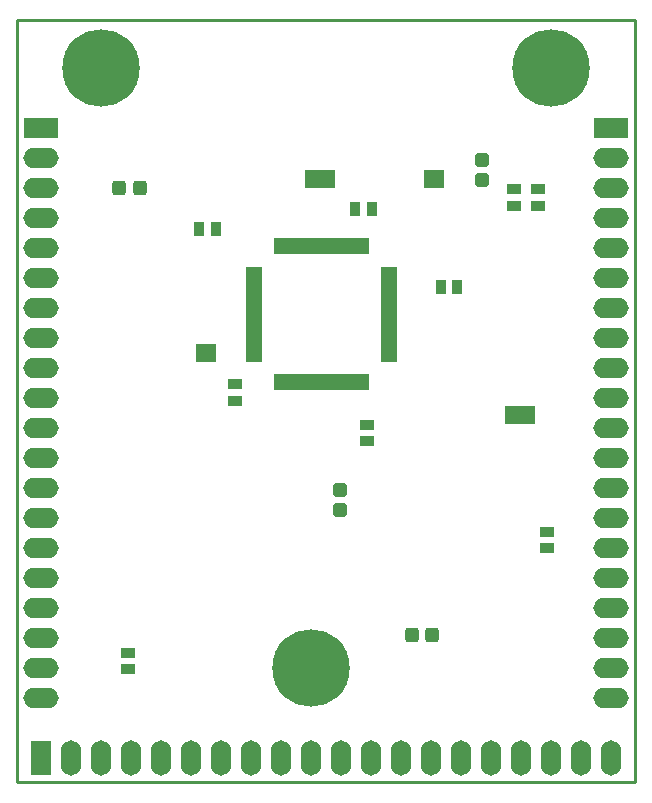
<source format=gts>
G04 Layer_Color=8388736*
%FSLAX25Y25*%
%MOIN*%
G70*
G01*
G75*
%ADD17C,0.01000*%
%ADD32R,0.07087X0.06299*%
%ADD33R,0.10236X0.06299*%
G04:AMPARAMS|DCode=34|XSize=47.37mil|YSize=43.43mil|CornerRadius=8.43mil|HoleSize=0mil|Usage=FLASHONLY|Rotation=270.000|XOffset=0mil|YOffset=0mil|HoleType=Round|Shape=RoundedRectangle|*
%AMROUNDEDRECTD34*
21,1,0.04737,0.02657,0,0,270.0*
21,1,0.03051,0.04343,0,0,270.0*
1,1,0.01686,-0.01329,-0.01526*
1,1,0.01686,-0.01329,0.01526*
1,1,0.01686,0.01329,0.01526*
1,1,0.01686,0.01329,-0.01526*
%
%ADD34ROUNDEDRECTD34*%
G04:AMPARAMS|DCode=35|XSize=47.37mil|YSize=43.43mil|CornerRadius=8.43mil|HoleSize=0mil|Usage=FLASHONLY|Rotation=0.000|XOffset=0mil|YOffset=0mil|HoleType=Round|Shape=RoundedRectangle|*
%AMROUNDEDRECTD35*
21,1,0.04737,0.02657,0,0,0.0*
21,1,0.03051,0.04343,0,0,0.0*
1,1,0.01686,0.01526,-0.01329*
1,1,0.01686,-0.01526,-0.01329*
1,1,0.01686,-0.01526,0.01329*
1,1,0.01686,0.01526,0.01329*
%
%ADD35ROUNDEDRECTD35*%
%ADD36R,0.04540X0.03753*%
%ADD37R,0.05524X0.01981*%
%ADD38R,0.01981X0.05524*%
%ADD39R,0.03753X0.04540*%
%ADD40R,0.03300X0.05800*%
%ADD41C,0.25800*%
%ADD42R,0.11800X0.06800*%
%ADD43O,0.11800X0.06800*%
%ADD44R,0.06800X0.11800*%
%ADD45O,0.06800X0.11800*%
D17*
X266500Y110000D02*
X472500D01*
Y364000D01*
X266500D02*
X472500D01*
X266500Y110000D02*
Y364000D01*
D32*
X405378Y311000D02*
D03*
X329500Y253000D02*
D03*
D33*
X367453Y311000D02*
D03*
X434304Y232500D02*
D03*
D34*
X300654Y308000D02*
D03*
X307347D02*
D03*
X404846Y159000D02*
D03*
X398153D02*
D03*
D35*
X421500Y310653D02*
D03*
Y317347D02*
D03*
X374000Y200654D02*
D03*
Y207347D02*
D03*
D36*
X443000Y187988D02*
D03*
Y193500D02*
D03*
X339000Y237244D02*
D03*
Y242756D02*
D03*
X383000Y223744D02*
D03*
Y229256D02*
D03*
X440000Y302244D02*
D03*
Y307756D02*
D03*
X432000Y302244D02*
D03*
Y307756D02*
D03*
X303500Y153256D02*
D03*
Y147744D02*
D03*
D37*
X390638Y251236D02*
D03*
Y253205D02*
D03*
Y255173D02*
D03*
Y257142D02*
D03*
Y259110D02*
D03*
Y261079D02*
D03*
Y263047D02*
D03*
Y265016D02*
D03*
Y266984D02*
D03*
Y268953D02*
D03*
Y270921D02*
D03*
Y272890D02*
D03*
Y274858D02*
D03*
Y276827D02*
D03*
Y278795D02*
D03*
Y280764D02*
D03*
X345362D02*
D03*
Y278795D02*
D03*
Y276827D02*
D03*
Y274858D02*
D03*
Y272890D02*
D03*
Y270921D02*
D03*
Y268953D02*
D03*
Y266984D02*
D03*
Y265016D02*
D03*
Y263047D02*
D03*
Y261079D02*
D03*
Y259110D02*
D03*
Y257142D02*
D03*
Y255173D02*
D03*
Y253205D02*
D03*
Y251236D02*
D03*
D38*
X382764Y288638D02*
D03*
X380795D02*
D03*
X378827D02*
D03*
X376858D02*
D03*
X374890D02*
D03*
X372921D02*
D03*
X370953D02*
D03*
X368984D02*
D03*
X367016D02*
D03*
X365047D02*
D03*
X363079D02*
D03*
X361110D02*
D03*
X359142D02*
D03*
X357173D02*
D03*
X355205D02*
D03*
X353236D02*
D03*
Y243362D02*
D03*
X355205D02*
D03*
X357173D02*
D03*
X359142D02*
D03*
X361110D02*
D03*
X363079D02*
D03*
X365047D02*
D03*
X367016D02*
D03*
X368984D02*
D03*
X370953D02*
D03*
X372921D02*
D03*
X374890D02*
D03*
X376858D02*
D03*
X378827D02*
D03*
X380795D02*
D03*
X382764D02*
D03*
D39*
X413256Y275000D02*
D03*
X407744D02*
D03*
X384756Y301000D02*
D03*
X379244D02*
D03*
X327244Y294500D02*
D03*
X332756D02*
D03*
D40*
X407000Y311000D02*
D03*
X403757D02*
D03*
X364257D02*
D03*
X367500D02*
D03*
X370744D02*
D03*
X437500Y232500D02*
D03*
X434257D02*
D03*
X431012D02*
D03*
X331122Y253000D02*
D03*
X327878D02*
D03*
D41*
X364500Y148000D02*
D03*
X294500Y348000D02*
D03*
X444500D02*
D03*
D42*
X274500Y328000D02*
D03*
X464500D02*
D03*
D43*
X274500Y318000D02*
D03*
Y308000D02*
D03*
Y298000D02*
D03*
Y288000D02*
D03*
Y278000D02*
D03*
Y268000D02*
D03*
Y258000D02*
D03*
Y248000D02*
D03*
Y238000D02*
D03*
Y228000D02*
D03*
Y218000D02*
D03*
Y208000D02*
D03*
Y198000D02*
D03*
Y188000D02*
D03*
Y178000D02*
D03*
Y168000D02*
D03*
Y158000D02*
D03*
Y148000D02*
D03*
Y138000D02*
D03*
X464500Y318000D02*
D03*
Y308000D02*
D03*
Y298000D02*
D03*
Y288000D02*
D03*
Y278000D02*
D03*
Y268000D02*
D03*
Y258000D02*
D03*
Y248000D02*
D03*
Y238000D02*
D03*
Y228000D02*
D03*
Y218000D02*
D03*
Y208000D02*
D03*
Y198000D02*
D03*
Y188000D02*
D03*
Y178000D02*
D03*
Y168000D02*
D03*
Y158000D02*
D03*
Y148000D02*
D03*
Y138000D02*
D03*
D44*
X274500Y118000D02*
D03*
D45*
X284500D02*
D03*
X294500D02*
D03*
X304500D02*
D03*
X314500D02*
D03*
X324500D02*
D03*
X334500D02*
D03*
X344500D02*
D03*
X354500D02*
D03*
X364500D02*
D03*
X374500D02*
D03*
X384500D02*
D03*
X394500D02*
D03*
X404500D02*
D03*
X414500D02*
D03*
X424500D02*
D03*
X434500D02*
D03*
X444500D02*
D03*
X454500D02*
D03*
X464500D02*
D03*
M02*

</source>
